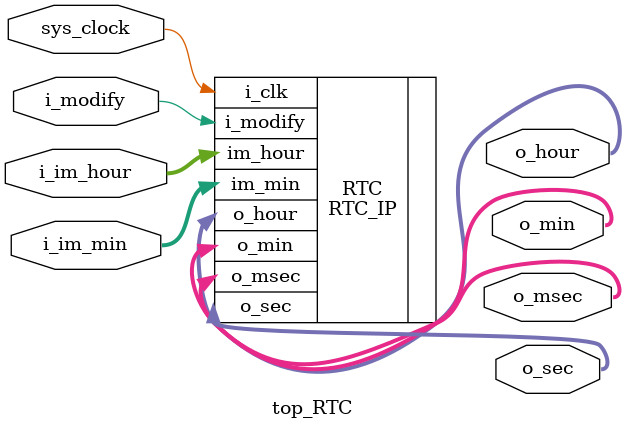
<source format=v>
`timescale 1ns / 1ps


module top_RTC (
    input sys_clock,
    input i_modify,
    input [7:0] i_im_min,
    input [7:0] i_im_hour,
    output [7:0] o_msec, o_sec, o_min, o_hour
    );
    
     RTC_IP RTC (
        .i_clk(sys_clock),    
        .i_modify(i_modify),
        .im_min(i_im_min),
        .im_hour(i_im_hour),
        .o_msec(o_msec),
        .o_sec(o_sec),
        .o_min(o_min),
        .o_hour(o_hour)
    );

endmodule

</source>
